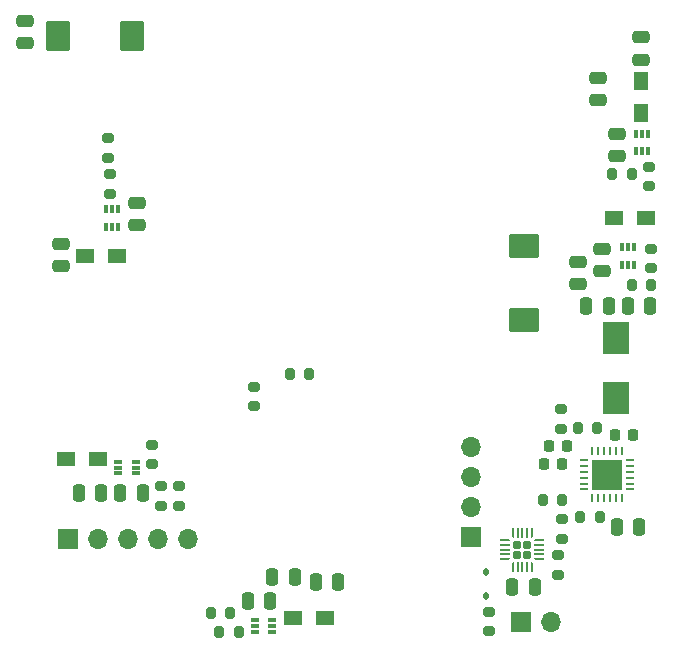
<source format=gtp>
%TF.GenerationSoftware,KiCad,Pcbnew,8.0.4*%
%TF.CreationDate,2024-09-13T22:34:42+02:00*%
%TF.ProjectId,WiiRegStripLite,57696952-6567-4537-9472-69704c697465,rev?*%
%TF.SameCoordinates,Original*%
%TF.FileFunction,Paste,Top*%
%TF.FilePolarity,Positive*%
%FSLAX46Y46*%
G04 Gerber Fmt 4.6, Leading zero omitted, Abs format (unit mm)*
G04 Created by KiCad (PCBNEW 8.0.4) date 2024-09-13 22:34:42*
%MOMM*%
%LPD*%
G01*
G04 APERTURE LIST*
G04 Aperture macros list*
%AMRoundRect*
0 Rectangle with rounded corners*
0 $1 Rounding radius*
0 $2 $3 $4 $5 $6 $7 $8 $9 X,Y pos of 4 corners*
0 Add a 4 corners polygon primitive as box body*
4,1,4,$2,$3,$4,$5,$6,$7,$8,$9,$2,$3,0*
0 Add four circle primitives for the rounded corners*
1,1,$1+$1,$2,$3*
1,1,$1+$1,$4,$5*
1,1,$1+$1,$6,$7*
1,1,$1+$1,$8,$9*
0 Add four rect primitives between the rounded corners*
20,1,$1+$1,$2,$3,$4,$5,0*
20,1,$1+$1,$4,$5,$6,$7,0*
20,1,$1+$1,$6,$7,$8,$9,0*
20,1,$1+$1,$8,$9,$2,$3,0*%
%AMFreePoly0*
4,1,14,0.334644,0.085355,0.385355,0.034644,0.400000,-0.000711,0.400000,-0.050000,0.385355,-0.085355,0.350000,-0.100000,-0.350000,-0.100000,-0.385355,-0.085355,-0.400000,-0.050000,-0.400000,0.050000,-0.385355,0.085355,-0.350000,0.100000,0.299289,0.100000,0.334644,0.085355,0.334644,0.085355,$1*%
%AMFreePoly1*
4,1,14,0.385355,0.085355,0.400000,0.050000,0.400000,0.000711,0.385355,-0.034644,0.334644,-0.085355,0.299289,-0.100000,-0.350000,-0.100000,-0.385355,-0.085355,-0.400000,-0.050000,-0.400000,0.050000,-0.385355,0.085355,-0.350000,0.100000,0.350000,0.100000,0.385355,0.085355,0.385355,0.085355,$1*%
%AMFreePoly2*
4,1,14,0.085355,0.385355,0.100000,0.350000,0.100000,-0.350000,0.085355,-0.385355,0.050000,-0.400000,-0.050000,-0.400000,-0.085355,-0.385355,-0.100000,-0.350000,-0.100000,0.299289,-0.085355,0.334644,-0.034644,0.385355,0.000711,0.400000,0.050000,0.400000,0.085355,0.385355,0.085355,0.385355,$1*%
%AMFreePoly3*
4,1,14,0.034644,0.385355,0.085355,0.334644,0.100000,0.299289,0.100000,-0.350000,0.085355,-0.385355,0.050000,-0.400000,-0.050000,-0.400000,-0.085355,-0.385355,-0.100000,-0.350000,-0.100000,0.350000,-0.085355,0.385355,-0.050000,0.400000,-0.000711,0.400000,0.034644,0.385355,0.034644,0.385355,$1*%
%AMFreePoly4*
4,1,14,0.385355,0.085355,0.400000,0.050000,0.400000,-0.050000,0.385355,-0.085355,0.350000,-0.100000,-0.299289,-0.100000,-0.334644,-0.085355,-0.385355,-0.034644,-0.400000,0.000711,-0.400000,0.050000,-0.385355,0.085355,-0.350000,0.100000,0.350000,0.100000,0.385355,0.085355,0.385355,0.085355,$1*%
%AMFreePoly5*
4,1,14,0.385355,0.085355,0.400000,0.050000,0.400000,-0.050000,0.385355,-0.085355,0.350000,-0.100000,-0.350000,-0.100000,-0.385355,-0.085355,-0.400000,-0.050000,-0.400000,-0.000711,-0.385355,0.034644,-0.334644,0.085355,-0.299289,0.100000,0.350000,0.100000,0.385355,0.085355,0.385355,0.085355,$1*%
%AMFreePoly6*
4,1,14,0.085355,0.385355,0.100000,0.350000,0.100000,-0.299289,0.085355,-0.334644,0.034644,-0.385355,-0.000711,-0.400000,-0.050000,-0.400000,-0.085355,-0.385355,-0.100000,-0.350000,-0.100000,0.350000,-0.085355,0.385355,-0.050000,0.400000,0.050000,0.400000,0.085355,0.385355,0.085355,0.385355,$1*%
%AMFreePoly7*
4,1,14,0.085355,0.385355,0.100000,0.350000,0.100000,-0.350000,0.085355,-0.385355,0.050000,-0.400000,0.000711,-0.400000,-0.034644,-0.385355,-0.085355,-0.334644,-0.100000,-0.299289,-0.100000,0.350000,-0.085355,0.385355,-0.050000,0.400000,0.050000,0.400000,0.085355,0.385355,0.085355,0.385355,$1*%
G04 Aperture macros list end*
%ADD10RoundRect,0.200000X0.200000X0.275000X-0.200000X0.275000X-0.200000X-0.275000X0.200000X-0.275000X0*%
%ADD11RoundRect,0.200000X-0.275000X0.200000X-0.275000X-0.200000X0.275000X-0.200000X0.275000X0.200000X0*%
%ADD12R,1.700000X1.700000*%
%ADD13O,1.700000X1.700000*%
%ADD14RoundRect,0.250000X-0.475000X0.250000X-0.475000X-0.250000X0.475000X-0.250000X0.475000X0.250000X0*%
%ADD15RoundRect,0.250000X0.475000X-0.250000X0.475000X0.250000X-0.475000X0.250000X-0.475000X-0.250000X0*%
%ADD16RoundRect,0.250000X-0.250000X-0.475000X0.250000X-0.475000X0.250000X0.475000X-0.250000X0.475000X0*%
%ADD17RoundRect,0.085000X-0.085000X0.265000X-0.085000X-0.265000X0.085000X-0.265000X0.085000X0.265000X0*%
%ADD18RoundRect,0.112500X-0.112500X0.187500X-0.112500X-0.187500X0.112500X-0.187500X0.112500X0.187500X0*%
%ADD19RoundRect,0.250000X0.250000X0.475000X-0.250000X0.475000X-0.250000X-0.475000X0.250000X-0.475000X0*%
%ADD20RoundRect,0.200000X0.275000X-0.200000X0.275000X0.200000X-0.275000X0.200000X-0.275000X-0.200000X0*%
%ADD21RoundRect,0.085000X0.265000X0.085000X-0.265000X0.085000X-0.265000X-0.085000X0.265000X-0.085000X0*%
%ADD22RoundRect,0.085000X0.085000X-0.265000X0.085000X0.265000X-0.085000X0.265000X-0.085000X-0.265000X0*%
%ADD23RoundRect,0.250000X1.025000X-0.787500X1.025000X0.787500X-1.025000X0.787500X-1.025000X-0.787500X0*%
%ADD24RoundRect,0.200000X-0.200000X-0.275000X0.200000X-0.275000X0.200000X0.275000X-0.200000X0.275000X0*%
%ADD25RoundRect,0.225000X-0.225000X-0.250000X0.225000X-0.250000X0.225000X0.250000X-0.225000X0.250000X0*%
%ADD26R,2.200000X2.700000*%
%ADD27R,1.500000X1.200000*%
%ADD28RoundRect,0.225000X0.225000X0.250000X-0.225000X0.250000X-0.225000X-0.250000X0.225000X-0.250000X0*%
%ADD29R,1.200000X1.500000*%
%ADD30RoundRect,0.250000X-0.787500X-1.025000X0.787500X-1.025000X0.787500X1.025000X-0.787500X1.025000X0*%
%ADD31RoundRect,0.172500X0.172500X-0.172500X0.172500X0.172500X-0.172500X0.172500X-0.172500X-0.172500X0*%
%ADD32FreePoly0,90.000000*%
%ADD33RoundRect,0.050000X0.050000X-0.350000X0.050000X0.350000X-0.050000X0.350000X-0.050000X-0.350000X0*%
%ADD34FreePoly1,90.000000*%
%ADD35FreePoly2,90.000000*%
%ADD36RoundRect,0.050000X0.350000X-0.050000X0.350000X0.050000X-0.350000X0.050000X-0.350000X-0.050000X0*%
%ADD37FreePoly3,90.000000*%
%ADD38FreePoly4,90.000000*%
%ADD39FreePoly5,90.000000*%
%ADD40FreePoly6,90.000000*%
%ADD41FreePoly7,90.000000*%
%ADD42RoundRect,0.045000X-0.330000X-0.045000X0.330000X-0.045000X0.330000X0.045000X-0.330000X0.045000X0*%
%ADD43RoundRect,0.045000X0.045000X-0.330000X0.045000X0.330000X-0.045000X0.330000X-0.045000X-0.330000X0*%
%ADD44RoundRect,0.045000X0.330000X0.045000X-0.330000X0.045000X-0.330000X-0.045000X0.330000X-0.045000X0*%
%ADD45RoundRect,0.045000X-0.045000X0.330000X-0.045000X-0.330000X0.045000X-0.330000X0.045000X0.330000X0*%
%ADD46RoundRect,0.241800X-1.058200X1.058200X-1.058200X-1.058200X1.058200X-1.058200X1.058200X1.058200X0*%
G04 APERTURE END LIST*
D10*
%TO.C,R17*%
X153065000Y-157640000D03*
X151415000Y-157640000D03*
%TD*%
D11*
%TO.C,R14*%
X142140000Y-118885000D03*
X142140000Y-120535000D03*
%TD*%
D12*
%TO.C,J3*%
X176925000Y-156785000D03*
D13*
X179465000Y-156785000D03*
%TD*%
D14*
%TO.C,C18*%
X183800000Y-125200000D03*
X183800000Y-127100000D03*
%TD*%
D15*
%TO.C,C23*%
X187100000Y-109200000D03*
X187100000Y-107300000D03*
%TD*%
D16*
%TO.C,C17*%
X155910000Y-152960000D03*
X157810000Y-152960000D03*
%TD*%
D17*
%TO.C,U10*%
X187700000Y-115450000D03*
X187200000Y-115450000D03*
X186700000Y-115450000D03*
X186700000Y-116950000D03*
X187200000Y-116950000D03*
X187700000Y-116950000D03*
%TD*%
D11*
%TO.C,R20*%
X174252500Y-155927500D03*
X174252500Y-157577500D03*
%TD*%
D18*
%TO.C,D1*%
X173970000Y-152540000D03*
X173970000Y-154640000D03*
%TD*%
D19*
%TO.C,C25*%
X141420000Y-145870000D03*
X139520000Y-145870000D03*
%TD*%
D16*
%TO.C,C13*%
X182480000Y-130070000D03*
X184380000Y-130070000D03*
%TD*%
D19*
%TO.C,C14*%
X187890000Y-130070000D03*
X185990000Y-130070000D03*
%TD*%
D20*
%TO.C,R18*%
X187800000Y-119925000D03*
X187800000Y-118275000D03*
%TD*%
D12*
%TO.C,J1*%
X172700000Y-149650000D03*
D13*
X172700000Y-147110000D03*
X172700000Y-144570000D03*
X172700000Y-142030000D03*
%TD*%
D21*
%TO.C,U11*%
X144350000Y-144235000D03*
X144350000Y-143735000D03*
X144350000Y-143235000D03*
X142850000Y-143235000D03*
X142850000Y-143735000D03*
X142850000Y-144235000D03*
%TD*%
D19*
%TO.C,C21*%
X161480000Y-153410000D03*
X159580000Y-153410000D03*
%TD*%
D22*
%TO.C,U7*%
X141810000Y-123360000D03*
X142310000Y-123360000D03*
X142810000Y-123360000D03*
X142810000Y-121860000D03*
X142310000Y-121860000D03*
X141810000Y-121860000D03*
%TD*%
D23*
%TO.C,C189*%
X177170000Y-131220000D03*
X177170000Y-124995000D03*
%TD*%
D24*
%TO.C,TH1*%
X157390000Y-135790000D03*
X159040000Y-135790000D03*
%TD*%
D25*
%TO.C,C1*%
X178870000Y-143440000D03*
X180420000Y-143440000D03*
%TD*%
D11*
%TO.C,R11*%
X180360000Y-138785000D03*
X180360000Y-140435000D03*
%TD*%
D26*
%TO.C,L5*%
X185020000Y-132765000D03*
X185020000Y-137865000D03*
%TD*%
D21*
%TO.C,U8*%
X155900000Y-157660000D03*
X155900000Y-157160000D03*
X155900000Y-156660000D03*
X154400000Y-156660000D03*
X154400000Y-157160000D03*
X154400000Y-157660000D03*
%TD*%
D27*
%TO.C,L6*%
X142760000Y-125830000D03*
X140060000Y-125830000D03*
%TD*%
D24*
%TO.C,R16*%
X150685000Y-156070000D03*
X152335000Y-156070000D03*
%TD*%
D28*
%TO.C,C11*%
X180890000Y-141920000D03*
X179340000Y-141920000D03*
%TD*%
D16*
%TO.C,C14*%
X153810000Y-154990000D03*
X155710000Y-154990000D03*
%TD*%
D29*
%TO.C,L9*%
X187100000Y-113700000D03*
X187100000Y-111000000D03*
%TD*%
D11*
%TO.C,R12*%
X180450000Y-148105000D03*
X180450000Y-149755000D03*
%TD*%
D15*
%TO.C,C15*%
X181750000Y-128220000D03*
X181750000Y-126320000D03*
%TD*%
D24*
%TO.C,R10*%
X181750000Y-140375000D03*
X183400000Y-140375000D03*
%TD*%
D10*
%TO.C,R21*%
X186325000Y-118900000D03*
X184675000Y-118900000D03*
%TD*%
D11*
%TO.C,R25*%
X146490000Y-145295000D03*
X146490000Y-146945000D03*
%TD*%
%TO.C,R27*%
X154310000Y-136870000D03*
X154310000Y-138520000D03*
%TD*%
D15*
%TO.C,C16*%
X144460000Y-123200000D03*
X144460000Y-121300000D03*
%TD*%
D19*
%TO.C,C26*%
X178120000Y-153830000D03*
X176220000Y-153830000D03*
%TD*%
D20*
%TO.C,R24*%
X148025000Y-146965000D03*
X148025000Y-145315000D03*
%TD*%
D30*
%TO.C,C500*%
X137788715Y-107193785D03*
X144013715Y-107193785D03*
%TD*%
D20*
%TO.C,R23*%
X180090000Y-152825000D03*
X180090000Y-151175000D03*
%TD*%
D25*
%TO.C,C7*%
X184895000Y-140965000D03*
X186445000Y-140965000D03*
%TD*%
D20*
%TO.C,R26*%
X145750000Y-143445000D03*
X145750000Y-141795000D03*
%TD*%
D16*
%TO.C,C24*%
X143020000Y-145900000D03*
X144920000Y-145900000D03*
%TD*%
%TO.C,C12*%
X185050000Y-148800000D03*
X186950000Y-148800000D03*
%TD*%
D12*
%TO.C,J2*%
X138580000Y-149820000D03*
D13*
X141120000Y-149820000D03*
X143660000Y-149820000D03*
X146200000Y-149820000D03*
X148740000Y-149820000D03*
%TD*%
D20*
%TO.C,R19*%
X188000000Y-126850000D03*
X188000000Y-125200000D03*
%TD*%
D27*
%TO.C,L8*%
X187550000Y-122600000D03*
X184850000Y-122600000D03*
%TD*%
%TO.C,L7*%
X157620000Y-156480000D03*
X160320000Y-156480000D03*
%TD*%
D14*
%TO.C,C200*%
X134926215Y-105910809D03*
X134926215Y-107810809D03*
%TD*%
D17*
%TO.C,U9*%
X186500000Y-125092500D03*
X186000000Y-125092500D03*
X185500000Y-125092500D03*
X185500000Y-126592500D03*
X186000000Y-126592500D03*
X186500000Y-126592500D03*
%TD*%
D27*
%TO.C,L10*%
X141160000Y-143050000D03*
X138460000Y-143050000D03*
%TD*%
D20*
%TO.C,R15*%
X142020000Y-117500000D03*
X142020000Y-115850000D03*
%TD*%
D15*
%TO.C,C22*%
X183450000Y-112650000D03*
X183450000Y-110750000D03*
%TD*%
D14*
%TO.C,C19*%
X185050000Y-115450000D03*
X185050000Y-117350000D03*
%TD*%
D24*
%TO.C,R1*%
X181955000Y-147910000D03*
X183605000Y-147910000D03*
%TD*%
%TO.C,R13*%
X178790000Y-146480000D03*
X180440000Y-146480000D03*
%TD*%
D31*
%TO.C,U6*%
X176645000Y-151115000D03*
X177495000Y-151115000D03*
X176645000Y-150265000D03*
X177495000Y-150265000D03*
D32*
X176270000Y-152140000D03*
D33*
X176670000Y-152140000D03*
X177070000Y-152140000D03*
X177470000Y-152140000D03*
D34*
X177870000Y-152140000D03*
D35*
X178520000Y-151490000D03*
D36*
X178520000Y-151090000D03*
X178520000Y-150690000D03*
X178520000Y-150290000D03*
D37*
X178520000Y-149890000D03*
D38*
X177870000Y-149240000D03*
D33*
X177470000Y-149240000D03*
X177070000Y-149240000D03*
X176670000Y-149240000D03*
D39*
X176270000Y-149240000D03*
D40*
X175620000Y-149890000D03*
D36*
X175620000Y-150290000D03*
X175620000Y-150690000D03*
X175620000Y-151090000D03*
D41*
X175620000Y-151490000D03*
%TD*%
D14*
%TO.C,C20*%
X138020000Y-124770000D03*
X138020000Y-126670000D03*
%TD*%
D24*
%TO.C,R22*%
X186350000Y-128300000D03*
X188000000Y-128300000D03*
%TD*%
D42*
%TO.C,U5*%
X182275000Y-143090000D03*
X182275000Y-143590000D03*
X182275000Y-144090000D03*
X182275000Y-144590000D03*
X182275000Y-145090000D03*
X182275000Y-145590000D03*
D43*
X183000000Y-146315000D03*
X183500000Y-146315000D03*
X184000000Y-146315000D03*
X184500000Y-146315000D03*
X185000000Y-146315000D03*
X185500000Y-146315000D03*
D44*
X186225000Y-145590000D03*
X186225000Y-145090000D03*
X186225000Y-144590000D03*
X186225000Y-144090000D03*
X186225000Y-143590000D03*
X186225000Y-143090000D03*
D45*
X185500000Y-142365000D03*
X185000000Y-142365000D03*
X184500000Y-142365000D03*
X184000000Y-142365000D03*
X183500000Y-142365000D03*
X183000000Y-142365000D03*
D46*
X184250000Y-144340000D03*
%TD*%
M02*

</source>
